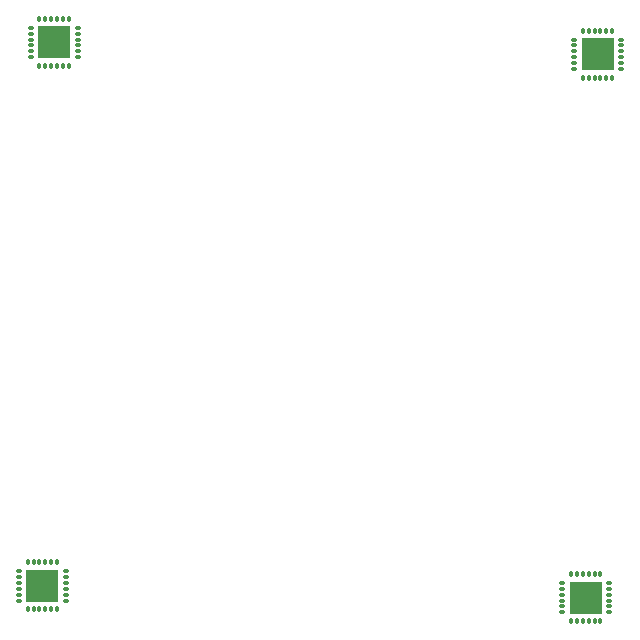
<source format=gtp>
G04*
G04 #@! TF.GenerationSoftware,Altium Limited,Altium Designer,22.4.2 (48)*
G04*
G04 Layer_Color=8421504*
%FSLAX25Y25*%
%MOIN*%
G70*
G04*
G04 #@! TF.SameCoordinates,26249B9F-D8ED-40E7-B964-7C6F937C0492*
G04*
G04*
G04 #@! TF.FilePolarity,Positive*
G04*
G01*
G75*
%ADD10O,0.02559X0.01181*%
%ADD11O,0.01181X0.02559*%
%ADD12R,0.11024X0.11024*%
D10*
X224508Y252953D02*
D03*
Y250984D02*
D03*
Y249016D02*
D03*
Y247047D02*
D03*
Y245079D02*
D03*
Y243110D02*
D03*
X240059D02*
D03*
Y245079D02*
D03*
Y247047D02*
D03*
Y249016D02*
D03*
Y250984D02*
D03*
Y252953D02*
D03*
X43406Y256890D02*
D03*
Y254921D02*
D03*
Y252953D02*
D03*
Y250984D02*
D03*
Y249016D02*
D03*
Y247047D02*
D03*
X58957D02*
D03*
Y249016D02*
D03*
Y250984D02*
D03*
Y252953D02*
D03*
Y254921D02*
D03*
Y256890D02*
D03*
X220571Y71850D02*
D03*
Y69882D02*
D03*
Y67913D02*
D03*
Y65945D02*
D03*
Y63976D02*
D03*
Y62008D02*
D03*
X236122D02*
D03*
Y63976D02*
D03*
Y65945D02*
D03*
Y67913D02*
D03*
Y69882D02*
D03*
Y71850D02*
D03*
X39469Y75787D02*
D03*
Y73819D02*
D03*
Y71850D02*
D03*
Y69882D02*
D03*
Y67913D02*
D03*
Y65945D02*
D03*
X55020D02*
D03*
Y67913D02*
D03*
Y69882D02*
D03*
Y71850D02*
D03*
Y73819D02*
D03*
Y75787D02*
D03*
D11*
X227362Y240256D02*
D03*
X229331D02*
D03*
X231299D02*
D03*
X233268D02*
D03*
X235236D02*
D03*
X237205D02*
D03*
Y255807D02*
D03*
X235236D02*
D03*
X233268D02*
D03*
X231299D02*
D03*
X229331D02*
D03*
X227362D02*
D03*
X46260Y244193D02*
D03*
X48228D02*
D03*
X50197D02*
D03*
X52165D02*
D03*
X54134D02*
D03*
X56102D02*
D03*
Y259744D02*
D03*
X54134D02*
D03*
X52165D02*
D03*
X50197D02*
D03*
X48228D02*
D03*
X46260D02*
D03*
X223425Y59153D02*
D03*
X225394D02*
D03*
X227362D02*
D03*
X229331D02*
D03*
X231299D02*
D03*
X233268D02*
D03*
Y74705D02*
D03*
X231299D02*
D03*
X229331D02*
D03*
X227362D02*
D03*
X225394D02*
D03*
X223425D02*
D03*
X42323Y63090D02*
D03*
X44291D02*
D03*
X46260D02*
D03*
X48228D02*
D03*
X50197D02*
D03*
X52165D02*
D03*
Y78642D02*
D03*
X50197D02*
D03*
X48228D02*
D03*
X46260D02*
D03*
X44291D02*
D03*
X42323D02*
D03*
D12*
X232283Y248031D02*
D03*
X51181Y251969D02*
D03*
X228346Y66929D02*
D03*
X47244Y70866D02*
D03*
M02*

</source>
